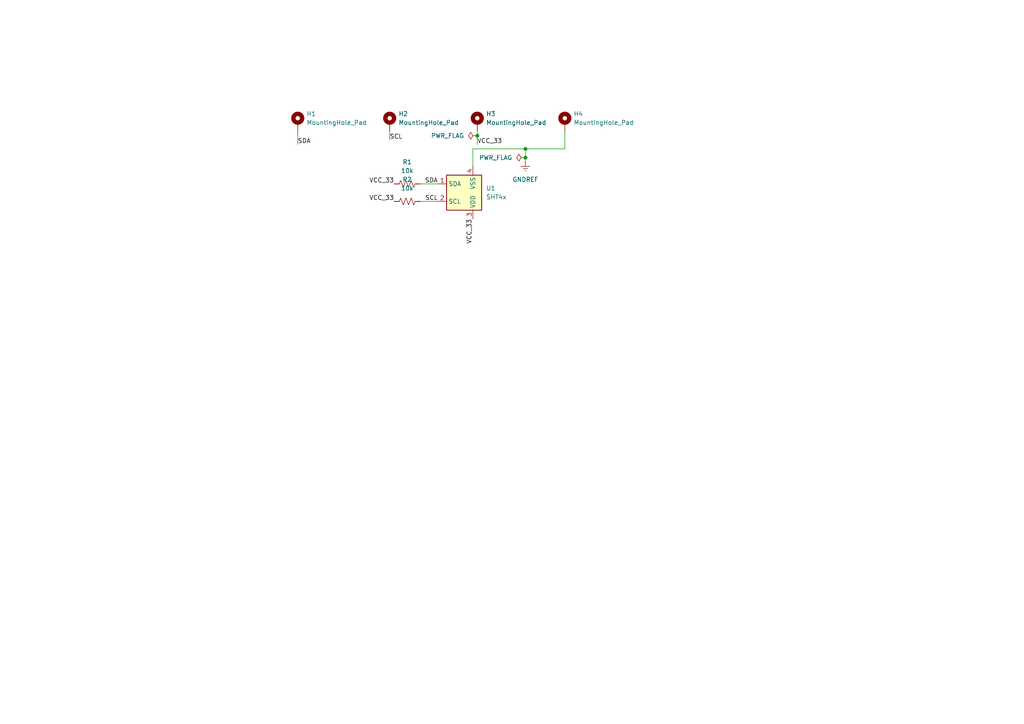
<source format=kicad_sch>
(kicad_sch (version 20250114) (generator "eeschema") (generator_version "9.0")
  (paper "A4")
  (lib_symbols
    (symbol "Device:R_US" (pin_numbers (hide yes)) (pin_names (offset 0))
      (property "Reference" "R" (at 2.54 0 90))
      (property "Value" "R_US" (at -2.54 0 90))
      (symbol "R_US_0_1"
        (polyline (pts (xy 0 2.286) (xy 0 2.54)))
        (polyline (pts (xy 0 2.286) (xy 1.016 1.905) (xy 0 1.524) (xy -1.016 1.143) (xy 0 0.762)))
        (polyline (pts (xy 0 0.762) (xy 1.016 0.381) (xy 0 0) (xy -1.016 -0.381) (xy 0 -0.762)))
        (polyline (pts (xy 0 -0.762) (xy 1.016 -1.143) (xy 0 -1.524) (xy -1.016 -1.905) (xy 0 -2.286)))
        (polyline (pts (xy 0 -2.286) (xy 0 -2.54)))
      )
      (symbol "R_US_1_1"
        (pin passive line (at 0 3.81 270) (length 1.27) (name "~") (number "1"))
        (pin passive line (at 0 -3.81 90) (length 1.27) (name "~") (number "2"))
      )
    )
    (symbol "Mechanical:MountingHole_Pad" (pin_numbers (hide yes)) (pin_names (offset 1.016) (hide yes)) (in_bom no)
      (property "Reference" "H" (at 0 6.35 0))
      (property "Value" "MountingHole_Pad" (at 0 4.445 0))
      (symbol "MountingHole_Pad_0_1"
        (circle (center 0 1.27) (radius 1.27) (stroke (width 1.27)))
      )
      (symbol "MountingHole_Pad_1_1"
        (pin input line (at 0 -2.54 90) (length 2.54) (name "1") (number "1"))
      )
    )
    (symbol "Sensor_Humidity:SHT4x"
      (property "Reference" "U" (at 0 8.89 0))
      (property "Value" "SHT4x" (at 0 6.35 0))
      (symbol "SHT4x_1_1"
        (rectangle (start -5.08 5.08) (end 5.08 -5.08) (stroke (width 0.254)) (fill (type background)))
        (pin input line (at -7.62 2.54 0) (length 2.54) (name "SCL") (number "2"))
        (pin bidirectional line (at -7.62 -2.54 0) (length 2.54) (name "SDA") (number "1"))
        (pin power_in line (at 2.54 7.62 270) (length 2.54) (name "VDD") (number "3"))
        (pin power_in line (at 2.54 -7.62 90) (length 2.54) (name "VSS") (number "4"))
      )
    )
    (symbol "power:GNDREF" (power) (pin_numbers (hide yes)) (pin_names (offset 0) (hide yes))
      (property "Value" "GNDREF" (at 0 -3.81 0))
      (symbol "GNDREF_0_1"
        (polyline (pts (xy -0.635 -1.905) (xy 0.635 -1.905)))
        (polyline (pts (xy -0.127 -2.54) (xy 0.127 -2.54)))
        (polyline (pts (xy 0 -1.27) (xy 0 0)))
        (polyline (pts (xy 1.27 -1.27) (xy -1.27 -1.27)))
      )
      (symbol "GNDREF_1_1"
        (pin power_in line (at 0 0 270) (length 0) (name "~") (number "1"))
      )
    )
    (symbol "power:PWR_FLAG" (power) (pin_numbers (hide yes)) (pin_names (offset 0) (hide yes))
      (property "Value" "PWR_FLAG" (at 0 3.81 0))
      (symbol "PWR_FLAG_0_0"
        (pin power_out line (at 0 0 90) (length 0) (name "~") (number "1"))
      )
      (symbol "PWR_FLAG_0_1"
        (polyline (pts (xy 0 0) (xy 0 1.27) (xy -1.016 1.905) (xy 0 2.54) (xy 1.016 1.905) (xy 0 1.27)))
      )
    )
  )
  (junction (at 152.4 43.18))
  (junction (at 152.4 45.72))
  (junction (at 138.43 39.37))
  (wire (pts (xy 152.4 43.18) (xy 152.4 45.72)))
  (wire (pts (xy 138.43 39.37) (xy 138.43 41.91)))
  (wire (pts (xy 152.4 45.72) (xy 152.4 46.99)))
  (wire (pts (xy 163.83 38.1) (xy 163.83 43.18)))
  (wire (pts (xy 121.92 58.42) (xy 127 58.42)))
  (wire (pts (xy 121.92 53.34) (xy 127 53.34)))
  (wire (pts (xy 163.83 43.18) (xy 152.4 43.18)))
  (wire (pts (xy 86.36 38.1) (xy 86.36 41.91)))
  (wire (pts (xy 137.16 43.18) (xy 152.4 43.18)))
  (wire (pts (xy 138.43 38.1) (xy 138.43 39.37)))
  (wire (pts (xy 113.03 38.1) (xy 113.03 40.64)))
  (wire (pts (xy 137.16 48.26) (xy 137.16 43.18)))
  (label "SDA" (at 127 53.34 180))
  (label "VCC_33" (at 114.3 53.34 180))
  (label "SCL" (at 127 58.42 180))
  (label "VCC_33" (at 114.3 58.42 180))
  (label "VCC_33" (at 138.43 41.91 0))
  (label "VCC_33" (at 137.16 63.5 270))
  (label "SDA" (at 86.36 41.91 0))
  (label "SCL" (at 113.03 40.64 0))
  (symbol (lib_id "power:PWR_FLAG") (at 152.4 45.72 90) (unit 1)
    (property "Reference" "#FLG01" (effects (hide yes)))
    (property "Value" "PWR_FLAG" (at 148.59 45.7199 90) (effects (justify left)))
    (property "Description" "Special symbol for telling ERC where power comes from" (effects (hide yes)))
  )
  (symbol (lib_id "Mechanical:MountingHole_Pad") (at 163.83 35.56 0) (unit 1) (in_bom no)
    (property "Reference" "H4" (at 166.37 33.0199 0) (effects (justify left)))
    (property "Value" "MountingHole_Pad" (at 166.37 35.5599 0) (effects (justify left)))
    (property "Description" "Mounting Hole with connection" (effects (hide yes)))
  )
  (symbol (lib_id "Mechanical:MountingHole_Pad") (at 113.03 35.56 0) (unit 1) (in_bom no)
    (property "Reference" "H2" (at 115.57 33.0199 0) (effects (justify left)))
    (property "Value" "MountingHole_Pad" (at 115.57 35.5599 0) (effects (justify left)))
    (property "Description" "Mounting Hole with connection" (effects (hide yes)))
  )
  (symbol (lib_id "Mechanical:MountingHole_Pad") (at 86.36 35.56 0) (unit 1) (in_bom no)
    (property "Reference" "H1" (at 88.9 33.0199 0) (effects (justify left)))
    (property "Value" "MountingHole_Pad" (at 88.9 35.5599 0) (effects (justify left)))
    (property "Description" "Mounting Hole with connection" (effects (hide yes)))
  )
  (symbol (lib_id "Device:R_US") (at 118.11 58.42 90) (unit 1)
    (property "Reference" "R2" (at 118.11 52.07 90))
    (property "Value" "10k" (at 118.11 54.61 90))
    (property "Footprint" "Resistor_SMD:R_1206_3216Metric" (effects (hide yes)))
    (property "Description" "Resistor, US symbol" (effects (hide yes)))
  )
  (symbol (lib_id "Mechanical:MountingHole_Pad") (at 138.43 35.56 0) (unit 1) (in_bom no)
    (property "Reference" "H3" (at 140.97 33.0199 0) (effects (justify left)))
    (property "Value" "MountingHole_Pad" (at 140.97 35.5599 0) (effects (justify left)))
    (property "Description" "Mounting Hole with connection" (effects (hide yes)))
  )
  (symbol (lib_id "Device:R_US") (at 118.11 53.34 90) (unit 1)
    (property "Reference" "R1" (at 118.11 46.99 90))
    (property "Value" "10k" (at 118.11 49.53 90))
    (property "Footprint" "Resistor_SMD:R_1206_3216Metric" (effects (hide yes)))
    (property "Description" "Resistor, US symbol" (effects (hide yes)))
  )
  (symbol (lib_id "power:GNDREF") (at 152.4 46.99 0) (unit 1)
    (property "Reference" "#PWR03" (effects (hide yes)))
    (property "Value" "GNDREF" (at 152.4 52.07 0))
    (property "Description" "Power symbol creates a global label with name \"GNDREF\" , reference supply ground" (effects (hide yes)))
  )
  (symbol (lib_id "power:PWR_FLAG") (at 138.43 39.37 90) (unit 1)
    (property "Reference" "#FLG02" (effects (hide yes)))
    (property "Value" "PWR_FLAG" (at 134.62 39.3699 90) (effects (justify left)))
    (property "Description" "Special symbol for telling ERC where power comes from" (effects (hide yes)))
  )
  (symbol (lib_id "Sensor_Humidity:SHT4x") (at 134.62 55.88 0) (mirror x) (unit 1)
    (property "Reference" "U1" (at 140.97 54.6099 0) (effects (justify left)))
    (property "Value" "SHT4x" (at 140.97 57.1499 0) (effects (justify left)))
    (property "Footprint" "Sensor_Humidity:Sensirion_DFN-4_1.5x1.5mm_P0.8mm_SHT4x_NoCentralPad" (effects (hide yes)))
    (property "Datasheet" "https://sensirion.com/media/documents/33FD6951/624C4357/Datasheet_SHT4x.pdf" (effects (hide yes)))
    (property "Description" "Digital Humidity and Temperature Sensor, ±1%RH, ±0.1°C, I2C, 1.08-3.6V, 16bit, DFN-4" (effects (hide yes)))
  )
)
</source>
